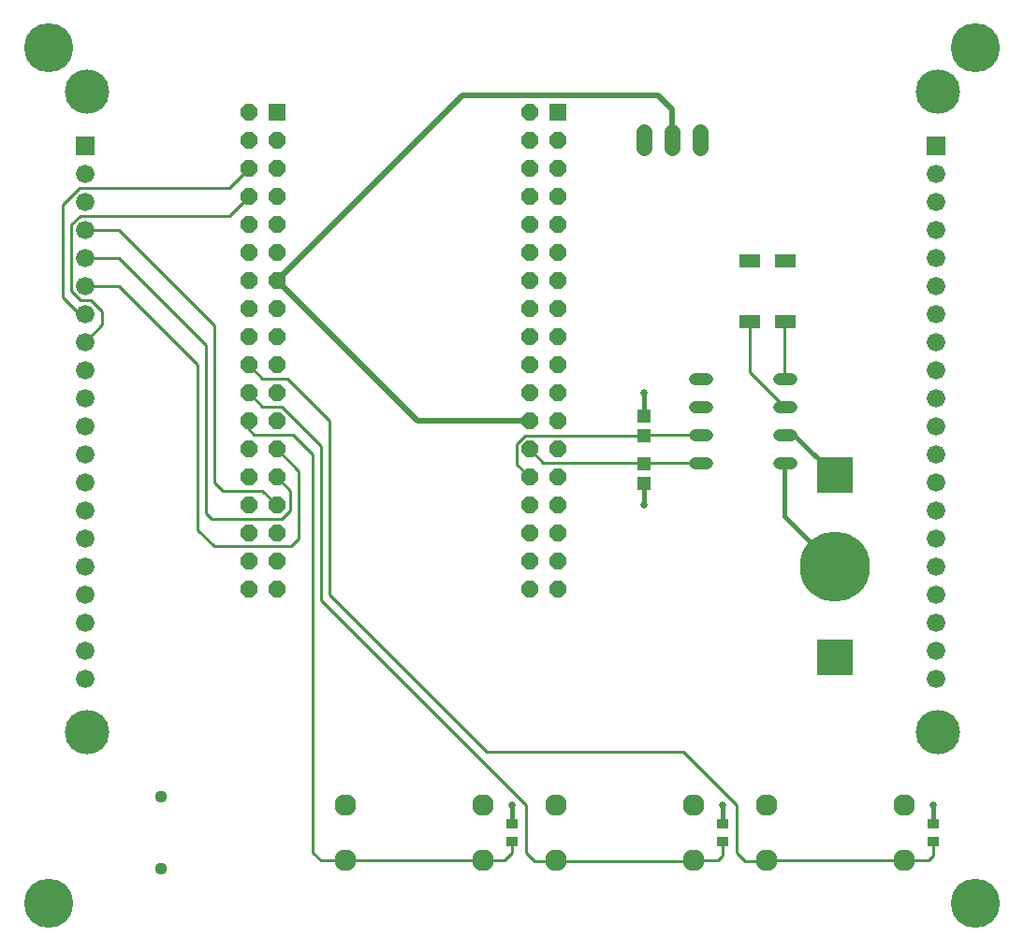
<source format=gbr>
G04 EAGLE Gerber RS-274X export*
G75*
%MOMM*%
%FSLAX34Y34*%
%LPD*%
%INBottom Copper*%
%IPPOS*%
%AMOC8*
5,1,8,0,0,1.08239X$1,22.5*%
G01*
%ADD10C,1.120000*%
%ADD11C,1.422400*%
%ADD12R,1.270000X1.143000*%
%ADD13R,1.031241X0.949959*%
%ADD14C,1.960000*%
%ADD15R,1.524000X1.524000*%
%ADD16P,1.649562X8X292.500000*%
%ADD17R,1.676400X1.676400*%
%ADD18C,1.676400*%
%ADD19C,4.016000*%
%ADD20C,1.137919*%
%ADD21R,3.200000X3.200000*%
%ADD22C,6.350000*%
%ADD23R,1.900000X1.300000*%
%ADD24C,4.445000*%
%ADD25C,0.381000*%
%ADD26C,0.654800*%
%ADD27C,0.254000*%
%ADD28C,0.508000*%


D10*
X127000Y56400D03*
X127000Y121400D03*
D11*
X614680Y709168D02*
X614680Y723392D01*
X589280Y723392D02*
X589280Y709168D01*
X563880Y709168D02*
X563880Y723392D01*
D12*
X563880Y466090D03*
X563880Y448310D03*
X563880Y405130D03*
X563880Y422910D03*
D13*
X444500Y80899D03*
X444500Y96901D03*
X635000Y80899D03*
X635000Y96901D03*
X825500Y80899D03*
X825500Y96901D03*
D14*
X293100Y63900D03*
X293100Y113900D03*
X418100Y113900D03*
X418100Y63900D03*
X483600Y63900D03*
X483600Y113900D03*
X608600Y113900D03*
X608600Y63900D03*
X674100Y63900D03*
X674100Y113900D03*
X799100Y113900D03*
X799100Y63900D03*
D15*
X485400Y741000D03*
D16*
X460000Y741000D03*
X485400Y715600D03*
X460000Y715600D03*
X485400Y690200D03*
X460000Y690200D03*
X485400Y664800D03*
X460000Y664800D03*
X485400Y639400D03*
X460000Y639400D03*
X485400Y614000D03*
X460000Y614000D03*
X485400Y588600D03*
X460000Y588600D03*
X485400Y563200D03*
X460000Y563200D03*
X485400Y537800D03*
X460000Y537800D03*
X485400Y512400D03*
X460000Y512400D03*
X485400Y487000D03*
X460000Y487000D03*
X485400Y461600D03*
X460000Y461600D03*
X485400Y436200D03*
X460000Y436200D03*
X485400Y410800D03*
X460000Y410800D03*
X485400Y385400D03*
X460000Y385400D03*
X485400Y360000D03*
X460000Y360000D03*
X485400Y334600D03*
X460000Y334600D03*
X485400Y309200D03*
X460000Y309200D03*
D15*
X231400Y741000D03*
D16*
X206000Y741000D03*
X231400Y715600D03*
X206000Y715600D03*
X231400Y690200D03*
X206000Y690200D03*
X231400Y664800D03*
X206000Y664800D03*
X231400Y639400D03*
X206000Y639400D03*
X231400Y614000D03*
X206000Y614000D03*
X231400Y588600D03*
X206000Y588600D03*
X231400Y563200D03*
X206000Y563200D03*
X231400Y537800D03*
X206000Y537800D03*
X231400Y512400D03*
X206000Y512400D03*
X231400Y487000D03*
X206000Y487000D03*
X231400Y461600D03*
X206000Y461600D03*
X231400Y436200D03*
X206000Y436200D03*
X231400Y410800D03*
X206000Y410800D03*
X231400Y385400D03*
X206000Y385400D03*
X231400Y360000D03*
X206000Y360000D03*
X231400Y334600D03*
X206000Y334600D03*
X231400Y309200D03*
X206000Y309200D03*
D17*
X828040Y711200D03*
D18*
X828040Y685800D03*
X828040Y660400D03*
X828040Y635000D03*
X828040Y609600D03*
X828040Y584200D03*
X828040Y558800D03*
X828040Y533400D03*
X828040Y508000D03*
X828040Y482600D03*
X828040Y457200D03*
X828040Y431800D03*
X828040Y406400D03*
X828040Y381000D03*
X828040Y355600D03*
X828040Y330200D03*
X828040Y304800D03*
X828040Y279400D03*
X828040Y254000D03*
X828040Y228600D03*
D17*
X58040Y711200D03*
D18*
X58040Y685800D03*
X58040Y660400D03*
X58040Y635000D03*
X58040Y609600D03*
X58040Y584200D03*
X58040Y558800D03*
X58040Y533400D03*
X58040Y508000D03*
X58040Y482600D03*
X58040Y457200D03*
X58040Y431800D03*
X58040Y406400D03*
X58040Y381000D03*
X58040Y355600D03*
X58040Y330200D03*
X58040Y304800D03*
X58040Y279400D03*
X58040Y254000D03*
X58040Y228600D03*
D19*
X829740Y759900D03*
X829740Y179900D03*
X59740Y759900D03*
X59740Y179900D03*
D20*
X685190Y500380D02*
X696570Y500380D01*
X696570Y474980D02*
X685190Y474980D01*
X620370Y474980D02*
X608990Y474980D01*
X608990Y500380D02*
X620370Y500380D01*
X685190Y449580D02*
X696570Y449580D01*
X696570Y424180D02*
X685190Y424180D01*
X620370Y449580D02*
X608990Y449580D01*
X608990Y424180D02*
X620370Y424180D01*
D21*
X736600Y412454D03*
X736600Y247946D03*
D22*
X736600Y330200D03*
D23*
X659640Y551620D03*
X659640Y606620D03*
X691640Y606620D03*
X691640Y551620D03*
D24*
X25400Y800100D03*
X863600Y800100D03*
X25400Y25400D03*
X863600Y25400D03*
D25*
X699474Y449580D02*
X690880Y449580D01*
X699474Y449580D02*
X736600Y412454D01*
X690880Y375920D02*
X736600Y330200D01*
X690880Y375920D02*
X690880Y424180D01*
D26*
X444500Y114300D03*
X635000Y114300D03*
X825500Y114300D03*
D25*
X444500Y114300D02*
X444500Y96901D01*
X635000Y96901D02*
X635000Y114300D01*
X825500Y114300D02*
X825500Y96901D01*
D26*
X563880Y487680D03*
X563880Y386080D03*
D25*
X563880Y405130D01*
X563880Y466090D02*
X563880Y487680D01*
D27*
X264160Y431800D02*
X264160Y71120D01*
X264160Y431800D02*
X246380Y449580D01*
X210400Y449580D02*
X206000Y453980D01*
X206000Y461600D01*
X210400Y449580D02*
X246380Y449580D01*
X292100Y63900D02*
X293100Y63900D01*
X292100Y63900D02*
X271380Y63900D01*
X264160Y71120D01*
X437280Y63900D02*
X444500Y71120D01*
X437280Y63900D02*
X418100Y63900D01*
X444500Y71120D02*
X444500Y80899D01*
X418100Y63900D02*
X293100Y63900D01*
X635000Y68580D02*
X635000Y80899D01*
X464820Y63500D02*
X457200Y71120D01*
X457200Y114300D01*
X271780Y299720D01*
X271780Y439420D01*
X236220Y474980D01*
X218020Y474980D02*
X206000Y487000D01*
X218020Y474980D02*
X236220Y474980D01*
X464820Y63500D02*
X483200Y63500D01*
X483600Y63900D01*
X630320Y63900D02*
X635000Y68580D01*
X630320Y63900D02*
X608600Y63900D01*
X608200Y63500D01*
X483200Y63500D01*
D28*
X589280Y716280D02*
X589280Y744220D01*
X399720Y756920D02*
X231400Y588600D01*
X576580Y756920D02*
X589280Y744220D01*
X576580Y756920D02*
X399720Y756920D01*
X231400Y588600D02*
X358400Y461600D01*
X460000Y461600D01*
D27*
X565150Y449580D02*
X614680Y449580D01*
X565150Y449580D02*
X563880Y448310D01*
X455946Y448310D01*
X448570Y440935D01*
X448570Y422230D01*
X460000Y410800D01*
X563880Y422910D02*
X565150Y424180D01*
X614680Y424180D01*
X472020Y424180D02*
X460000Y436200D01*
X562610Y424180D02*
X563880Y422910D01*
X562610Y424180D02*
X472020Y424180D01*
X88900Y635000D02*
X58040Y635000D01*
X88900Y635000D02*
X175260Y548640D01*
X175260Y406400D01*
X218020Y398780D02*
X231400Y385400D01*
X182880Y398780D02*
X175260Y406400D01*
X182880Y398780D02*
X218020Y398780D01*
X88900Y609600D02*
X58040Y609600D01*
X88900Y609600D02*
X167640Y530860D01*
X167640Y378460D01*
X172720Y373380D01*
X231400Y410800D02*
X243840Y398360D01*
X236220Y373380D02*
X172720Y373380D01*
X236220Y373380D02*
X243840Y381000D01*
X243840Y398360D01*
X88900Y584200D02*
X58040Y584200D01*
X88900Y584200D02*
X160020Y513080D01*
X231400Y436200D02*
X251460Y416140D01*
X160020Y363220D02*
X160020Y513080D01*
X174670Y348570D02*
X244430Y348570D01*
X251460Y355600D01*
X251460Y416140D01*
X174670Y348570D02*
X160020Y363220D01*
X58040Y558800D02*
X52960Y558800D01*
X38100Y573660D01*
X38100Y657860D01*
X53340Y673100D01*
X188900Y673100D02*
X206000Y690200D01*
X188900Y673100D02*
X53340Y673100D01*
X73660Y549020D02*
X58040Y533400D01*
X73660Y549020D02*
X73660Y561340D01*
X63500Y571500D01*
X53498Y571500D02*
X45720Y579278D01*
X45720Y639922D02*
X53498Y647700D01*
X188900Y647700D02*
X206000Y664800D01*
X63500Y571500D02*
X53498Y571500D01*
X45720Y579278D02*
X45720Y639922D01*
X53498Y647700D02*
X188900Y647700D01*
X825500Y80899D02*
X825500Y68580D01*
X655320Y63500D02*
X647700Y71120D01*
X647700Y114300D01*
X599440Y162560D01*
X421640Y162560D01*
X279400Y304800D01*
X279400Y462280D02*
X241300Y500380D01*
X218020Y500380D02*
X206000Y512400D01*
X279400Y462280D02*
X279400Y304800D01*
X241300Y500380D02*
X218020Y500380D01*
X655320Y63500D02*
X673700Y63500D01*
X674100Y63900D01*
X799100Y63900D01*
X820820Y63900D01*
X825500Y68580D01*
X690880Y500380D02*
X690880Y550860D01*
X691640Y551620D01*
X659640Y506220D02*
X690880Y474980D01*
X659640Y506220D02*
X659640Y551620D01*
M02*

</source>
